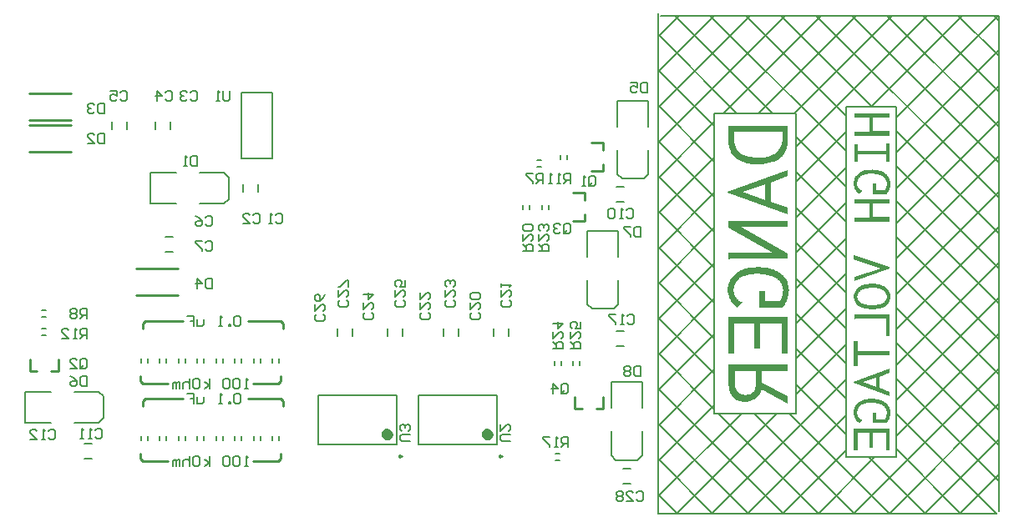
<source format=gbo>
G04 Layer_Color=32896*
%FSLAX25Y25*%
%MOIN*%
G70*
G01*
G75*
%ADD10C,0.01000*%
%ADD35C,0.00787*%
%ADD58C,0.00984*%
%ADD59C,0.02362*%
%ADD60C,0.00800*%
G36*
X317500Y-154786D02*
X316081D01*
Y-147634D01*
X310802D01*
Y-153613D01*
X309346D01*
Y-147634D01*
X304634D01*
Y-154862D01*
X303215D01*
Y-146121D01*
X317500D01*
Y-154786D01*
D02*
G37*
G36*
X276909Y-30078D02*
X276877Y-31024D01*
X276782Y-31939D01*
X276656Y-32759D01*
X276467Y-33516D01*
X276246Y-34210D01*
X275994Y-34841D01*
X275710Y-35408D01*
X275426Y-35944D01*
X275174Y-36386D01*
X274890Y-36764D01*
X274638Y-37080D01*
X274417Y-37332D01*
X274228Y-37553D01*
X274070Y-37679D01*
X273975Y-37774D01*
X273944Y-37805D01*
X273344Y-38247D01*
X272682Y-38625D01*
X272020Y-38972D01*
X271294Y-39256D01*
X270569Y-39508D01*
X269844Y-39729D01*
X269118Y-39918D01*
X268393Y-40076D01*
X267730Y-40202D01*
X267131Y-40297D01*
X266563Y-40360D01*
X266090Y-40423D01*
X265680Y-40455D01*
X265396Y-40486D01*
X265144D01*
X264103Y-40455D01*
X263157Y-40391D01*
X262243Y-40265D01*
X261391Y-40108D01*
X260602Y-39950D01*
X259877Y-39761D01*
X259246Y-39540D01*
X258647Y-39319D01*
X258111Y-39098D01*
X257669Y-38878D01*
X257259Y-38688D01*
X256944Y-38531D01*
X256691Y-38373D01*
X256534Y-38247D01*
X256407Y-38184D01*
X256376Y-38152D01*
X255777Y-37648D01*
X255272Y-37143D01*
X254862Y-36638D01*
X254515Y-36197D01*
X254231Y-35787D01*
X254074Y-35440D01*
X254011Y-35314D01*
X253947Y-35219D01*
X253916Y-35187D01*
Y-35156D01*
X253664Y-34462D01*
X253474Y-33705D01*
X253317Y-32948D01*
X253222Y-32191D01*
X253190Y-31844D01*
X253159Y-31529D01*
Y-31245D01*
X253127Y-30993D01*
Y-30803D01*
Y-30646D01*
Y-30551D01*
Y-30520D01*
Y-25000D01*
X276909D01*
Y-30078D01*
D02*
G37*
G36*
X317500Y-123814D02*
X313338Y-125271D01*
Y-129868D01*
X317500Y-131306D01*
Y-132952D01*
X302988Y-127693D01*
Y-127503D01*
X317500Y-122244D01*
Y-123814D01*
D02*
G37*
G36*
X311332Y-134182D02*
X312051Y-134258D01*
X312373Y-134296D01*
X312694Y-134353D01*
X312978Y-134409D01*
X313243Y-134485D01*
X313489Y-134542D01*
X313697Y-134598D01*
X313886Y-134655D01*
X314038Y-134712D01*
X314151Y-134750D01*
X314246Y-134788D01*
X314302Y-134807D01*
X314321D01*
X314889Y-135071D01*
X315400Y-135393D01*
X315835Y-135696D01*
X316024Y-135866D01*
X316195Y-136017D01*
X316346Y-136150D01*
X316478Y-136282D01*
X316573Y-136415D01*
X316668Y-136509D01*
X316743Y-136604D01*
X316800Y-136661D01*
X316819Y-136699D01*
X316838Y-136717D01*
X316989Y-136963D01*
X317122Y-137209D01*
X317349Y-137701D01*
X317500Y-138193D01*
X317614Y-138666D01*
X317651Y-138874D01*
X317670Y-139064D01*
X317708Y-139234D01*
Y-139385D01*
X317727Y-139499D01*
Y-139593D01*
Y-139650D01*
Y-139669D01*
X317708Y-140066D01*
X317670Y-140464D01*
X317595Y-140842D01*
X317500Y-141220D01*
X317387Y-141580D01*
X317254Y-141939D01*
X317122Y-142261D01*
X316989Y-142564D01*
X316857Y-142848D01*
X316724Y-143094D01*
X316592Y-143321D01*
X316478Y-143491D01*
X316384Y-143642D01*
X316308Y-143756D01*
X316270Y-143831D01*
X316251Y-143850D01*
X310670D01*
Y-139783D01*
X312070D01*
Y-142356D01*
X315457D01*
X315608Y-142166D01*
X315740Y-141958D01*
X315854Y-141750D01*
X315949Y-141542D01*
X316024Y-141372D01*
X316081Y-141239D01*
X316100Y-141145D01*
X316119Y-141107D01*
X316195Y-140823D01*
X316232Y-140558D01*
X316270Y-140312D01*
X316308Y-140104D01*
Y-139934D01*
X316327Y-139783D01*
Y-139707D01*
Y-139669D01*
X316308Y-139328D01*
X316251Y-139007D01*
X316176Y-138723D01*
X316081Y-138439D01*
X315949Y-138174D01*
X315816Y-137947D01*
X315684Y-137720D01*
X315532Y-137531D01*
X315381Y-137361D01*
X315248Y-137209D01*
X315097Y-137077D01*
X314984Y-136963D01*
X314889Y-136888D01*
X314813Y-136831D01*
X314757Y-136793D01*
X314738Y-136774D01*
X314416Y-136585D01*
X314075Y-136434D01*
X313716Y-136301D01*
X313356Y-136169D01*
X312600Y-135980D01*
X311881Y-135866D01*
X311540Y-135828D01*
X311219Y-135790D01*
X310935Y-135772D01*
X310689Y-135753D01*
X310500Y-135734D01*
X310216D01*
X309667Y-135753D01*
X309156Y-135772D01*
X308683Y-135828D01*
X308248Y-135904D01*
X307851Y-135980D01*
X307491Y-136074D01*
X307170Y-136169D01*
X306886Y-136263D01*
X306640Y-136358D01*
X306432Y-136453D01*
X306243Y-136547D01*
X306091Y-136623D01*
X305978Y-136699D01*
X305902Y-136755D01*
X305864Y-136774D01*
X305845Y-136793D01*
X305599Y-137001D01*
X305410Y-137209D01*
X305221Y-137436D01*
X305070Y-137682D01*
X304937Y-137909D01*
X304824Y-138136D01*
X304748Y-138364D01*
X304672Y-138591D01*
X304615Y-138780D01*
X304578Y-138969D01*
X304540Y-139139D01*
X304521Y-139291D01*
X304502Y-139404D01*
Y-139499D01*
Y-139556D01*
Y-139574D01*
X304521Y-139858D01*
X304540Y-140104D01*
X304578Y-140331D01*
X304634Y-140520D01*
X304691Y-140691D01*
X304729Y-140804D01*
X304748Y-140880D01*
X304767Y-140899D01*
X304880Y-141107D01*
X305013Y-141315D01*
X305164Y-141504D01*
X305297Y-141674D01*
X305429Y-141807D01*
X305543Y-141920D01*
X305618Y-141996D01*
X305637Y-142015D01*
X305807Y-142185D01*
X305959Y-142280D01*
X306034Y-142337D01*
X306072Y-142356D01*
X306186Y-142394D01*
X306299Y-142412D01*
X306413D01*
X306545Y-142507D01*
X306375Y-142677D01*
X305486Y-143813D01*
X305107Y-143567D01*
X304767Y-143283D01*
X304464Y-142980D01*
X304218Y-142696D01*
X304010Y-142431D01*
X303859Y-142204D01*
X303821Y-142129D01*
X303783Y-142072D01*
X303745Y-142034D01*
Y-142015D01*
X303518Y-141561D01*
X303367Y-141126D01*
X303253Y-140710D01*
X303159Y-140331D01*
X303121Y-140029D01*
X303102Y-139877D01*
Y-139764D01*
X303083Y-139688D01*
Y-139612D01*
Y-139574D01*
Y-139556D01*
X303102Y-139083D01*
X303178Y-138628D01*
X303291Y-138212D01*
X303405Y-137815D01*
X303537Y-137493D01*
X303594Y-137361D01*
X303632Y-137247D01*
X303688Y-137172D01*
X303707Y-137096D01*
X303745Y-137058D01*
Y-137039D01*
X303878Y-136812D01*
X304029Y-136604D01*
X304369Y-136188D01*
X304767Y-135847D01*
X305145Y-135544D01*
X305486Y-135299D01*
X305656Y-135185D01*
X305788Y-135109D01*
X305902Y-135053D01*
X305978Y-134996D01*
X306034Y-134977D01*
X306053Y-134958D01*
X306375Y-134807D01*
X306716Y-134693D01*
X307453Y-134485D01*
X308210Y-134334D01*
X308570Y-134277D01*
X308929Y-134239D01*
X309270Y-134201D01*
X309573Y-134182D01*
X309837Y-134163D01*
X310083D01*
X310292Y-134144D01*
X310556D01*
X311332Y-134182D01*
D02*
G37*
G36*
X276877Y-45249D02*
X269938Y-47677D01*
Y-55342D01*
X276877Y-57739D01*
Y-60483D01*
X252686Y-51714D01*
Y-51399D01*
X276877Y-42631D01*
Y-45249D01*
D02*
G37*
G36*
Y-115961D02*
X274512D01*
Y-104039D01*
X265712D01*
Y-114006D01*
X263283D01*
Y-104039D01*
X255430D01*
Y-116087D01*
X253064D01*
Y-101516D01*
X276877D01*
Y-115961D01*
D02*
G37*
G36*
Y-123184D02*
X266406D01*
Y-127820D01*
X276877Y-133088D01*
Y-136052D01*
X266280Y-130564D01*
X266027Y-131321D01*
X265680Y-131984D01*
X265270Y-132583D01*
X264892Y-133088D01*
X264513Y-133498D01*
X264166Y-133782D01*
X264072Y-133908D01*
X263977Y-133971D01*
X263914Y-134034D01*
X263882D01*
X263536Y-134286D01*
X263189Y-134475D01*
X262463Y-134822D01*
X261801Y-135075D01*
X261202Y-135232D01*
X260665Y-135327D01*
X260445Y-135359D01*
X260255D01*
X260129Y-135390D01*
X259909D01*
X259309Y-135359D01*
X258773Y-135295D01*
X258268Y-135201D01*
X257764Y-135106D01*
X257322Y-134948D01*
X256912Y-134791D01*
X256534Y-134601D01*
X256218Y-134444D01*
X255903Y-134255D01*
X255651Y-134065D01*
X255430Y-133908D01*
X255241Y-133782D01*
X255114Y-133655D01*
X255020Y-133561D01*
X254957Y-133498D01*
X254925Y-133466D01*
X254610Y-133088D01*
X254326Y-132646D01*
X254105Y-132204D01*
X253884Y-131731D01*
X253695Y-131227D01*
X253569Y-130722D01*
X253348Y-129776D01*
X253285Y-129303D01*
X253222Y-128893D01*
X253190Y-128514D01*
X253159Y-128167D01*
X253127Y-127884D01*
Y-127694D01*
Y-127536D01*
Y-127505D01*
Y-120472D01*
X276877D01*
Y-123184D01*
D02*
G37*
G36*
Y-65560D02*
X258205D01*
X276877Y-76063D01*
Y-78145D01*
X254389D01*
X254231Y-78176D01*
X254105D01*
X253947Y-78208D01*
X253884D01*
X253695Y-78271D01*
X253537Y-78366D01*
X253411Y-78460D01*
X253380Y-78492D01*
X253127D01*
Y-75590D01*
X270758D01*
X253127Y-65592D01*
Y-63006D01*
X276877D01*
Y-65560D01*
D02*
G37*
G36*
X266595Y-81614D02*
X267793Y-81740D01*
X268330Y-81804D01*
X268866Y-81898D01*
X269339Y-81993D01*
X269780Y-82119D01*
X270191Y-82214D01*
X270537Y-82308D01*
X270853Y-82403D01*
X271105Y-82497D01*
X271294Y-82560D01*
X271452Y-82624D01*
X271547Y-82655D01*
X271578D01*
X272524Y-83097D01*
X273376Y-83633D01*
X274101Y-84137D01*
X274417Y-84421D01*
X274701Y-84674D01*
X274953Y-84895D01*
X275174Y-85115D01*
X275332Y-85336D01*
X275489Y-85494D01*
X275615Y-85651D01*
X275710Y-85746D01*
X275742Y-85809D01*
X275773Y-85841D01*
X276025Y-86251D01*
X276246Y-86661D01*
X276625Y-87481D01*
X276877Y-88301D01*
X277066Y-89089D01*
X277129Y-89436D01*
X277161Y-89752D01*
X277224Y-90035D01*
Y-90288D01*
X277256Y-90477D01*
Y-90635D01*
Y-90729D01*
Y-90761D01*
X277224Y-91423D01*
X277161Y-92086D01*
X277035Y-92716D01*
X276877Y-93347D01*
X276688Y-93946D01*
X276467Y-94546D01*
X276246Y-95082D01*
X276025Y-95587D01*
X275805Y-96060D01*
X275584Y-96470D01*
X275363Y-96848D01*
X275174Y-97132D01*
X275016Y-97384D01*
X274890Y-97574D01*
X274827Y-97700D01*
X274795Y-97731D01*
X265491D01*
Y-90950D01*
X267825D01*
Y-95240D01*
X273471D01*
X273723Y-94924D01*
X273944Y-94577D01*
X274133Y-94230D01*
X274291Y-93883D01*
X274417Y-93599D01*
X274512Y-93379D01*
X274543Y-93221D01*
X274575Y-93158D01*
X274701Y-92685D01*
X274764Y-92243D01*
X274827Y-91833D01*
X274890Y-91486D01*
Y-91202D01*
X274921Y-90950D01*
Y-90824D01*
Y-90761D01*
X274890Y-90193D01*
X274795Y-89657D01*
X274669Y-89184D01*
X274512Y-88711D01*
X274291Y-88269D01*
X274070Y-87891D01*
X273849Y-87512D01*
X273597Y-87197D01*
X273344Y-86913D01*
X273124Y-86661D01*
X272871Y-86440D01*
X272682Y-86251D01*
X272524Y-86124D01*
X272398Y-86030D01*
X272304Y-85967D01*
X272272Y-85935D01*
X271736Y-85620D01*
X271168Y-85368D01*
X270569Y-85147D01*
X269970Y-84926D01*
X268708Y-84611D01*
X267510Y-84421D01*
X266942Y-84358D01*
X266406Y-84295D01*
X265933Y-84264D01*
X265523Y-84232D01*
X265207Y-84201D01*
X264734D01*
X263820Y-84232D01*
X262968Y-84264D01*
X262179Y-84358D01*
X261454Y-84484D01*
X260792Y-84611D01*
X260192Y-84768D01*
X259656Y-84926D01*
X259183Y-85084D01*
X258773Y-85241D01*
X258426Y-85399D01*
X258111Y-85557D01*
X257858Y-85683D01*
X257669Y-85809D01*
X257543Y-85904D01*
X257480Y-85935D01*
X257448Y-85967D01*
X257038Y-86314D01*
X256723Y-86661D01*
X256407Y-87039D01*
X256155Y-87449D01*
X255935Y-87828D01*
X255745Y-88206D01*
X255619Y-88585D01*
X255493Y-88963D01*
X255398Y-89279D01*
X255335Y-89594D01*
X255272Y-89878D01*
X255241Y-90130D01*
X255209Y-90319D01*
Y-90477D01*
Y-90572D01*
Y-90603D01*
X255241Y-91076D01*
X255272Y-91486D01*
X255335Y-91865D01*
X255430Y-92180D01*
X255524Y-92464D01*
X255588Y-92653D01*
X255619Y-92779D01*
X255651Y-92811D01*
X255840Y-93158D01*
X256061Y-93505D01*
X256313Y-93820D01*
X256534Y-94104D01*
X256754Y-94325D01*
X256944Y-94514D01*
X257070Y-94640D01*
X257101Y-94672D01*
X257385Y-94956D01*
X257638Y-95113D01*
X257764Y-95208D01*
X257827Y-95240D01*
X258016Y-95303D01*
X258205Y-95334D01*
X258395D01*
X258615Y-95492D01*
X258331Y-95776D01*
X256849Y-97668D01*
X256218Y-97258D01*
X255651Y-96785D01*
X255146Y-96280D01*
X254736Y-95807D01*
X254389Y-95366D01*
X254137Y-94987D01*
X254074Y-94861D01*
X254011Y-94766D01*
X253947Y-94703D01*
Y-94672D01*
X253569Y-93915D01*
X253317Y-93190D01*
X253127Y-92496D01*
X252970Y-91865D01*
X252907Y-91360D01*
X252875Y-91108D01*
Y-90919D01*
X252843Y-90792D01*
Y-90666D01*
Y-90603D01*
Y-90572D01*
X252875Y-89783D01*
X253001Y-89026D01*
X253190Y-88332D01*
X253380Y-87670D01*
X253601Y-87134D01*
X253695Y-86913D01*
X253758Y-86724D01*
X253853Y-86598D01*
X253884Y-86471D01*
X253947Y-86408D01*
Y-86377D01*
X254168Y-85998D01*
X254420Y-85651D01*
X254988Y-84957D01*
X255651Y-84390D01*
X256281Y-83885D01*
X256849Y-83475D01*
X257133Y-83286D01*
X257354Y-83160D01*
X257543Y-83065D01*
X257669Y-82970D01*
X257764Y-82939D01*
X257795Y-82907D01*
X258331Y-82655D01*
X258899Y-82466D01*
X260129Y-82119D01*
X261391Y-81867D01*
X261990Y-81772D01*
X262589Y-81709D01*
X263157Y-81646D01*
X263662Y-81614D01*
X264103Y-81583D01*
X264513D01*
X264860Y-81551D01*
X265302D01*
X266595Y-81614D01*
D02*
G37*
G36*
X317500Y-39525D02*
X316176D01*
Y-36574D01*
X304597D01*
Y-39393D01*
X303253D01*
Y-32317D01*
X304597D01*
Y-34966D01*
X316157D01*
Y-32166D01*
X317500D01*
Y-39525D01*
D02*
G37*
G36*
Y-56005D02*
X310708D01*
Y-61567D01*
X317500D01*
Y-63270D01*
X304010D01*
X303915Y-63289D01*
X303840D01*
X303745Y-63308D01*
X303707D01*
X303594Y-63346D01*
X303499Y-63402D01*
X303424Y-63459D01*
X303405Y-63478D01*
X303253D01*
Y-61605D01*
X309346D01*
Y-56005D01*
X304010D01*
X303915Y-56024D01*
X303840D01*
X303745Y-56043D01*
X303707D01*
X303594Y-56080D01*
X303499Y-56137D01*
X303424Y-56194D01*
X303405Y-56213D01*
X303253D01*
Y-54340D01*
X317500D01*
Y-56005D01*
D02*
G37*
G36*
X317576Y-81509D02*
Y-82247D01*
X303253Y-87034D01*
Y-85444D01*
X314189Y-82001D01*
X303215Y-78330D01*
Y-76665D01*
X317576Y-81509D01*
D02*
G37*
G36*
X311332Y-42609D02*
X312051Y-42685D01*
X312373Y-42723D01*
X312694Y-42780D01*
X312978Y-42836D01*
X313243Y-42912D01*
X313489Y-42969D01*
X313697Y-43026D01*
X313886Y-43082D01*
X314038Y-43139D01*
X314151Y-43177D01*
X314246Y-43215D01*
X314302Y-43234D01*
X314321D01*
X314889Y-43499D01*
X315400Y-43820D01*
X315835Y-44123D01*
X316024Y-44293D01*
X316195Y-44445D01*
X316346Y-44577D01*
X316478Y-44710D01*
X316573Y-44842D01*
X316668Y-44937D01*
X316743Y-45031D01*
X316800Y-45088D01*
X316819Y-45126D01*
X316838Y-45145D01*
X316989Y-45391D01*
X317122Y-45637D01*
X317349Y-46128D01*
X317500Y-46620D01*
X317614Y-47093D01*
X317651Y-47302D01*
X317670Y-47491D01*
X317708Y-47661D01*
Y-47812D01*
X317727Y-47926D01*
Y-48020D01*
Y-48077D01*
Y-48096D01*
X317708Y-48493D01*
X317670Y-48891D01*
X317595Y-49269D01*
X317500Y-49648D01*
X317387Y-50007D01*
X317254Y-50367D01*
X317122Y-50688D01*
X316989Y-50991D01*
X316857Y-51275D01*
X316724Y-51521D01*
X316592Y-51748D01*
X316478Y-51918D01*
X316384Y-52069D01*
X316308Y-52183D01*
X316270Y-52259D01*
X316251Y-52277D01*
X310670D01*
Y-48210D01*
X312070D01*
Y-50783D01*
X315457D01*
X315608Y-50594D01*
X315740Y-50385D01*
X315854Y-50177D01*
X315949Y-49969D01*
X316024Y-49799D01*
X316081Y-49667D01*
X316100Y-49572D01*
X316119Y-49534D01*
X316195Y-49250D01*
X316232Y-48985D01*
X316270Y-48739D01*
X316308Y-48531D01*
Y-48361D01*
X316327Y-48210D01*
Y-48134D01*
Y-48096D01*
X316308Y-47756D01*
X316251Y-47434D01*
X316176Y-47150D01*
X316081Y-46866D01*
X315949Y-46602D01*
X315816Y-46374D01*
X315684Y-46147D01*
X315532Y-45958D01*
X315381Y-45788D01*
X315248Y-45637D01*
X315097Y-45504D01*
X314984Y-45391D01*
X314889Y-45315D01*
X314813Y-45258D01*
X314757Y-45220D01*
X314738Y-45201D01*
X314416Y-45012D01*
X314075Y-44861D01*
X313716Y-44728D01*
X313356Y-44596D01*
X312600Y-44407D01*
X311881Y-44293D01*
X311540Y-44255D01*
X311219Y-44218D01*
X310935Y-44199D01*
X310689Y-44180D01*
X310500Y-44161D01*
X310216D01*
X309667Y-44180D01*
X309156Y-44199D01*
X308683Y-44255D01*
X308248Y-44331D01*
X307851Y-44407D01*
X307491Y-44501D01*
X307170Y-44596D01*
X306886Y-44691D01*
X306640Y-44785D01*
X306432Y-44880D01*
X306243Y-44974D01*
X306091Y-45050D01*
X305978Y-45126D01*
X305902Y-45182D01*
X305864Y-45201D01*
X305845Y-45220D01*
X305599Y-45428D01*
X305410Y-45637D01*
X305221Y-45864D01*
X305070Y-46110D01*
X304937Y-46337D01*
X304824Y-46564D01*
X304748Y-46791D01*
X304672Y-47018D01*
X304615Y-47207D01*
X304578Y-47396D01*
X304540Y-47566D01*
X304521Y-47718D01*
X304502Y-47831D01*
Y-47926D01*
Y-47983D01*
Y-48002D01*
X304521Y-48285D01*
X304540Y-48531D01*
X304578Y-48758D01*
X304634Y-48948D01*
X304691Y-49118D01*
X304729Y-49231D01*
X304748Y-49307D01*
X304767Y-49326D01*
X304880Y-49534D01*
X305013Y-49742D01*
X305164Y-49931D01*
X305297Y-50102D01*
X305429Y-50234D01*
X305543Y-50348D01*
X305618Y-50423D01*
X305637Y-50442D01*
X305807Y-50613D01*
X305959Y-50707D01*
X306034Y-50764D01*
X306072Y-50783D01*
X306186Y-50821D01*
X306299Y-50840D01*
X306413D01*
X306545Y-50934D01*
X306375Y-51104D01*
X305486Y-52240D01*
X305107Y-51994D01*
X304767Y-51710D01*
X304464Y-51407D01*
X304218Y-51123D01*
X304010Y-50858D01*
X303859Y-50631D01*
X303821Y-50556D01*
X303783Y-50499D01*
X303745Y-50461D01*
Y-50442D01*
X303518Y-49988D01*
X303367Y-49553D01*
X303253Y-49137D01*
X303159Y-48758D01*
X303121Y-48456D01*
X303102Y-48304D01*
Y-48191D01*
X303083Y-48115D01*
Y-48039D01*
Y-48002D01*
Y-47983D01*
X303102Y-47510D01*
X303178Y-47056D01*
X303291Y-46639D01*
X303405Y-46242D01*
X303537Y-45920D01*
X303594Y-45788D01*
X303632Y-45674D01*
X303688Y-45599D01*
X303707Y-45523D01*
X303745Y-45485D01*
Y-45466D01*
X303878Y-45239D01*
X304029Y-45031D01*
X304369Y-44615D01*
X304767Y-44274D01*
X305145Y-43972D01*
X305486Y-43726D01*
X305656Y-43612D01*
X305788Y-43536D01*
X305902Y-43480D01*
X305978Y-43423D01*
X306034Y-43404D01*
X306053Y-43385D01*
X306375Y-43234D01*
X306716Y-43120D01*
X307453Y-42912D01*
X308210Y-42761D01*
X308570Y-42704D01*
X308929Y-42666D01*
X309270Y-42628D01*
X309573Y-42609D01*
X309837Y-42590D01*
X310083D01*
X310292Y-42572D01*
X310556D01*
X311332Y-42609D01*
D02*
G37*
G36*
X304672Y-115187D02*
X317500D01*
Y-116814D01*
X304672D01*
Y-121033D01*
X303215D01*
Y-111138D01*
X304672D01*
Y-115187D01*
D02*
G37*
G36*
X317500Y-21665D02*
X310708D01*
Y-27227D01*
X317500D01*
Y-28930D01*
X304010D01*
X303915Y-28949D01*
X303840D01*
X303745Y-28968D01*
X303707D01*
X303594Y-29006D01*
X303499Y-29063D01*
X303424Y-29119D01*
X303405Y-29138D01*
X303253D01*
Y-27265D01*
X309346D01*
Y-21665D01*
X304010D01*
X303915Y-21684D01*
X303840D01*
X303745Y-21703D01*
X303707D01*
X303594Y-21741D01*
X303499Y-21797D01*
X303424Y-21854D01*
X303405Y-21873D01*
X303253D01*
Y-20000D01*
X317500D01*
Y-21665D01*
D02*
G37*
G36*
X311105Y-88169D02*
X311692Y-88207D01*
X312259Y-88263D01*
X312789Y-88358D01*
X313262Y-88453D01*
X313697Y-88566D01*
X314113Y-88699D01*
X314473Y-88812D01*
X314794Y-88945D01*
X315078Y-89058D01*
X315305Y-89171D01*
X315494Y-89266D01*
X315665Y-89361D01*
X315759Y-89417D01*
X315835Y-89455D01*
X315854Y-89474D01*
X316195Y-89739D01*
X316478Y-90023D01*
X316724Y-90326D01*
X316951Y-90628D01*
X317122Y-90950D01*
X317292Y-91272D01*
X317405Y-91574D01*
X317500Y-91877D01*
X317595Y-92161D01*
X317651Y-92407D01*
X317689Y-92653D01*
X317708Y-92861D01*
X317727Y-93031D01*
X317746Y-93145D01*
Y-93239D01*
Y-93258D01*
X317727Y-93712D01*
X317670Y-94129D01*
X317576Y-94507D01*
X317443Y-94885D01*
X317311Y-95207D01*
X317141Y-95529D01*
X316970Y-95812D01*
X316800Y-96058D01*
X316630Y-96285D01*
X316459Y-96475D01*
X316289Y-96645D01*
X316157Y-96777D01*
X316024Y-96891D01*
X315930Y-96967D01*
X315873Y-97004D01*
X315854Y-97023D01*
X315476Y-97269D01*
X315078Y-97458D01*
X314662Y-97648D01*
X314208Y-97799D01*
X313773Y-97931D01*
X313319Y-98045D01*
X312883Y-98121D01*
X312448Y-98196D01*
X312051Y-98253D01*
X311673Y-98291D01*
X311332Y-98329D01*
X311029Y-98348D01*
X310802Y-98367D01*
X310462D01*
X309837Y-98348D01*
X309251Y-98310D01*
X308702Y-98234D01*
X308191Y-98159D01*
X307718Y-98064D01*
X307264Y-97950D01*
X306867Y-97818D01*
X306507Y-97704D01*
X306186Y-97572D01*
X305902Y-97440D01*
X305656Y-97326D01*
X305467Y-97231D01*
X305315Y-97156D01*
X305202Y-97080D01*
X305126Y-97042D01*
X305107Y-97023D01*
X304767Y-96758D01*
X304464Y-96475D01*
X304199Y-96172D01*
X303972Y-95869D01*
X303783Y-95548D01*
X303632Y-95245D01*
X303499Y-94942D01*
X303405Y-94639D01*
X303329Y-94356D01*
X303253Y-94091D01*
X303215Y-93864D01*
X303197Y-93656D01*
X303178Y-93485D01*
X303159Y-93372D01*
Y-93277D01*
Y-93258D01*
X303178Y-92823D01*
X303234Y-92407D01*
X303329Y-92010D01*
X303461Y-91650D01*
X303613Y-91309D01*
X303783Y-91007D01*
X303953Y-90723D01*
X304124Y-90477D01*
X304313Y-90250D01*
X304483Y-90042D01*
X304653Y-89872D01*
X304805Y-89739D01*
X304918Y-89626D01*
X305032Y-89550D01*
X305088Y-89512D01*
X305107Y-89493D01*
X305486Y-89266D01*
X305902Y-89058D01*
X306318Y-88869D01*
X306772Y-88717D01*
X307207Y-88585D01*
X307662Y-88472D01*
X308097Y-88396D01*
X308513Y-88320D01*
X308910Y-88263D01*
X309289Y-88226D01*
X309610Y-88188D01*
X309894Y-88169D01*
X310140Y-88150D01*
X310462D01*
X311105Y-88169D01*
D02*
G37*
G36*
X317500Y-109037D02*
X316138D01*
Y-102170D01*
X303915D01*
X303840Y-102189D01*
X303707D01*
X303594Y-102226D01*
X303499Y-102302D01*
X303424Y-102359D01*
X303405Y-102378D01*
X303253D01*
Y-100486D01*
X317500D01*
Y-109037D01*
D02*
G37*
%LPC*%
G36*
X264040Y-123184D02*
X255651D01*
Y-127820D01*
X255714Y-128672D01*
X255840Y-129397D01*
X256029Y-130028D01*
X256250Y-130533D01*
X256471Y-130943D01*
X256660Y-131227D01*
X256786Y-131384D01*
X256849Y-131448D01*
X257322Y-131858D01*
X257827Y-132141D01*
X258331Y-132362D01*
X258805Y-132488D01*
X259246Y-132583D01*
X259593Y-132615D01*
X259719Y-132646D01*
X259909D01*
X260602Y-132583D01*
X261202Y-132457D01*
X261738Y-132267D01*
X262179Y-132047D01*
X262526Y-131826D01*
X262779Y-131637D01*
X262905Y-131511D01*
X262968Y-131448D01*
X263315Y-130943D01*
X263599Y-130375D01*
X263788Y-129776D01*
X263914Y-129208D01*
X263977Y-128672D01*
X264009Y-128420D01*
Y-128230D01*
X264040Y-128041D01*
Y-127915D01*
Y-127852D01*
Y-127820D01*
Y-123184D01*
D02*
G37*
G36*
X274827Y-27523D02*
X255367D01*
Y-30362D01*
X255398Y-31056D01*
X255461Y-31718D01*
X255588Y-32349D01*
X255777Y-32885D01*
X255966Y-33390D01*
X256187Y-33863D01*
X256407Y-34273D01*
X256628Y-34651D01*
X256881Y-34967D01*
X257101Y-35250D01*
X257322Y-35471D01*
X257511Y-35692D01*
X257669Y-35818D01*
X257795Y-35913D01*
X257890Y-35976D01*
X257922Y-36007D01*
X258426Y-36323D01*
X258962Y-36607D01*
X259530Y-36827D01*
X260129Y-37048D01*
X261359Y-37364D01*
X262558Y-37584D01*
X263126Y-37648D01*
X263630Y-37711D01*
X264103Y-37742D01*
X264513Y-37774D01*
X264829Y-37805D01*
X265302D01*
X266153Y-37774D01*
X266973Y-37711D01*
X267730Y-37616D01*
X268456Y-37458D01*
X269118Y-37301D01*
X269717Y-37080D01*
X270285Y-36827D01*
X270821Y-36575D01*
X271294Y-36291D01*
X271736Y-35976D01*
X272146Y-35660D01*
X272493Y-35314D01*
X272840Y-34967D01*
X273124Y-34620D01*
X273628Y-33894D01*
X274038Y-33137D01*
X274322Y-32443D01*
X274543Y-31781D01*
X274669Y-31182D01*
X274764Y-30677D01*
X274795Y-30456D01*
Y-30299D01*
X274827Y-30141D01*
Y-30046D01*
Y-29983D01*
Y-29952D01*
Y-27523D01*
D02*
G37*
G36*
X312108Y-125706D02*
X306659Y-127579D01*
X312108Y-129452D01*
Y-125706D01*
D02*
G37*
G36*
X267888Y-48403D02*
X258805Y-51525D01*
X267888Y-54648D01*
Y-48403D01*
D02*
G37*
G36*
X310727Y-89796D02*
X310462D01*
X309970Y-89815D01*
X309497Y-89834D01*
X309043Y-89872D01*
X308645Y-89947D01*
X308248Y-90004D01*
X307908Y-90080D01*
X307567Y-90174D01*
X307283Y-90250D01*
X307018Y-90345D01*
X306791Y-90420D01*
X306602Y-90496D01*
X306432Y-90572D01*
X306318Y-90628D01*
X306224Y-90666D01*
X306167Y-90685D01*
X306148Y-90704D01*
X305864Y-90893D01*
X305618Y-91082D01*
X305410Y-91291D01*
X305221Y-91499D01*
X305070Y-91707D01*
X304937Y-91915D01*
X304842Y-92123D01*
X304748Y-92331D01*
X304634Y-92691D01*
X304615Y-92861D01*
X304578Y-92993D01*
Y-93107D01*
X304559Y-93183D01*
Y-93239D01*
Y-93258D01*
X304578Y-93561D01*
X304634Y-93826D01*
X304710Y-94091D01*
X304805Y-94337D01*
X305070Y-94772D01*
X305202Y-94961D01*
X305353Y-95131D01*
X305505Y-95283D01*
X305637Y-95415D01*
X305770Y-95529D01*
X305902Y-95623D01*
X305997Y-95699D01*
X306072Y-95756D01*
X306129Y-95775D01*
X306148Y-95793D01*
X306451Y-95964D01*
X306791Y-96096D01*
X307132Y-96229D01*
X307491Y-96323D01*
X308210Y-96494D01*
X308891Y-96607D01*
X309213Y-96645D01*
X309516Y-96664D01*
X309781Y-96702D01*
X310008D01*
X310197Y-96721D01*
X310462D01*
X310973Y-96702D01*
X311465Y-96683D01*
X311919Y-96645D01*
X312335Y-96588D01*
X312732Y-96513D01*
X313092Y-96437D01*
X313413Y-96361D01*
X313716Y-96267D01*
X313962Y-96191D01*
X314189Y-96096D01*
X314397Y-96021D01*
X314548Y-95964D01*
X314681Y-95888D01*
X314757Y-95850D01*
X314813Y-95831D01*
X314832Y-95812D01*
X315097Y-95642D01*
X315343Y-95434D01*
X315551Y-95245D01*
X315722Y-95037D01*
X315873Y-94810D01*
X315986Y-94602D01*
X316100Y-94393D01*
X316176Y-94204D01*
X316289Y-93826D01*
X316308Y-93674D01*
X316346Y-93523D01*
Y-93410D01*
X316365Y-93334D01*
Y-93277D01*
Y-93258D01*
X316346Y-92955D01*
X316289Y-92672D01*
X316213Y-92407D01*
X316119Y-92161D01*
X315873Y-91726D01*
X315740Y-91536D01*
X315589Y-91366D01*
X315457Y-91215D01*
X315324Y-91082D01*
X315192Y-90969D01*
X315078Y-90874D01*
X314965Y-90799D01*
X314889Y-90742D01*
X314851Y-90723D01*
X314832Y-90704D01*
X314530Y-90553D01*
X314208Y-90401D01*
X313508Y-90174D01*
X312770Y-90023D01*
X312070Y-89909D01*
X311748Y-89872D01*
X311446Y-89853D01*
X311162Y-89815D01*
X310935D01*
X310727Y-89796D01*
D02*
G37*
%LPD*%
D10*
X191791Y-138150D02*
X194646D01*
X191791D02*
Y-133425D01*
X200354Y-138150D02*
X203209D01*
Y-133425D01*
X195650Y-63209D02*
Y-60354D01*
X190925Y-63209D02*
X195650D01*
Y-54646D02*
Y-51791D01*
X190925D02*
X195650D01*
X203150Y-43209D02*
Y-40354D01*
X198425Y-43209D02*
X203150D01*
Y-34646D02*
Y-31791D01*
X198425D02*
X203150D01*
X61500Y-103000D02*
X74500D01*
X75500Y-104000D01*
Y-106000D02*
Y-104000D01*
X19500Y-106000D02*
Y-104000D01*
X20500Y-103000D01*
X35500D01*
X19500Y-128000D02*
X29500D01*
X18500Y-127000D02*
X19500Y-128000D01*
X18500Y-127000D02*
Y-125000D01*
X74500Y-127000D02*
Y-125000D01*
X73500Y-128000D02*
X74500Y-127000D01*
X63500Y-128000D02*
X73500D01*
X20500Y-134000D02*
X35500D01*
X19500Y-135000D02*
X20500Y-134000D01*
X19500Y-137000D02*
Y-135000D01*
X75500Y-137000D02*
Y-135000D01*
X74500Y-134000D02*
X75500Y-135000D01*
X61500Y-134000D02*
X74500D01*
X63500Y-159000D02*
X73500D01*
X74500Y-158000D01*
Y-156000D01*
X18500Y-158000D02*
Y-156000D01*
Y-158000D02*
X19500Y-159000D01*
X29500D01*
X16654Y-92756D02*
X33347D01*
X16654Y-82244D02*
X33347D01*
X-25846Y-35256D02*
X-9154D01*
X-25846Y-24744D02*
X-9154D01*
X-25709Y-123150D02*
X-22854D01*
X-25709D02*
Y-118425D01*
X-17146Y-123150D02*
X-14291D01*
Y-118425D01*
X-25846Y-22756D02*
X-9154D01*
X-25846Y-12244D02*
X-9154D01*
D35*
X184213Y-158878D02*
X185787D01*
X184213Y-156122D02*
X185787D01*
X218602Y-156870D02*
Y-147224D01*
X206398Y-156870D02*
Y-147224D01*
Y-137776D02*
Y-127539D01*
X218602Y-137776D02*
Y-127539D01*
X208169Y-158642D02*
X216831D01*
X206398Y-156870D02*
X208169Y-158642D01*
X216831D02*
X218602Y-156870D01*
X206398Y-127539D02*
X218602D01*
X186378Y-120787D02*
Y-119213D01*
X183622Y-120787D02*
Y-119213D01*
X191122Y-120787D02*
Y-119213D01*
X193878Y-120787D02*
Y-119213D01*
X210925Y-162047D02*
X214075D01*
X210925Y-167953D02*
X214075D01*
X208425Y-107047D02*
X211575D01*
X208425Y-112953D02*
X211575D01*
X171122Y-58287D02*
Y-56713D01*
X173878Y-58287D02*
Y-56713D01*
X178622Y-58287D02*
Y-56713D01*
X181378Y-58287D02*
Y-56713D01*
X209102Y-96370D02*
Y-86724D01*
X196898Y-96370D02*
Y-86724D01*
Y-77276D02*
Y-67039D01*
X209102Y-77276D02*
Y-67039D01*
X198669Y-98142D02*
X207331D01*
X196898Y-96370D02*
X198669Y-98142D01*
X207331D02*
X209102Y-96370D01*
X196898Y-67039D02*
X209102D01*
X208425Y-49547D02*
X211575D01*
X208425Y-55453D02*
X211575D01*
X176713Y-38622D02*
X178287D01*
X176713Y-41378D02*
X178287D01*
X186122Y-38287D02*
Y-36713D01*
X188878Y-38287D02*
Y-36713D01*
X26122Y-119787D02*
Y-118213D01*
X28878Y-119787D02*
Y-118213D01*
X41122Y-119787D02*
Y-118213D01*
X43878Y-119787D02*
Y-118213D01*
X18622Y-119787D02*
Y-118213D01*
X21378Y-119787D02*
Y-118213D01*
X33622Y-119787D02*
Y-118213D01*
X36378Y-119787D02*
Y-118213D01*
X56122Y-119787D02*
Y-118213D01*
X58878Y-119787D02*
Y-118213D01*
X48622Y-119787D02*
Y-118213D01*
X51378Y-119787D02*
Y-118213D01*
X71122Y-119787D02*
Y-118213D01*
X73878Y-119787D02*
Y-118213D01*
X63622Y-119787D02*
Y-118213D01*
X66378Y-119787D02*
Y-118213D01*
X56122Y-150787D02*
Y-149213D01*
X58878Y-150787D02*
Y-149213D01*
X63622Y-150787D02*
Y-149213D01*
X66378Y-150787D02*
Y-149213D01*
X48622Y-150787D02*
Y-149213D01*
X51378Y-150787D02*
Y-149213D01*
X122953Y-109075D02*
Y-105925D01*
X117047Y-109075D02*
Y-105925D01*
X26122Y-150787D02*
Y-149213D01*
X28878Y-150787D02*
Y-149213D01*
X-20787Y-101378D02*
X-19213D01*
X-20787Y-98622D02*
X-19213D01*
X165453Y-109075D02*
Y-105925D01*
X159547Y-109075D02*
Y-105925D01*
X7047Y-26575D02*
Y-23425D01*
X12953Y-26575D02*
Y-23425D01*
X71122Y-150787D02*
Y-149213D01*
X73878Y-150787D02*
Y-149213D01*
X102953Y-109075D02*
Y-105925D01*
X97047Y-109075D02*
Y-105925D01*
X129252Y-152342D02*
X160748D01*
X129252Y-132658D02*
X160748D01*
Y-152342D02*
Y-132658D01*
X129252Y-152342D02*
Y-132658D01*
X24547Y-26575D02*
Y-23425D01*
X30453Y-26575D02*
Y-23425D01*
X-20787Y-106122D02*
X-19213D01*
X-20787Y-108878D02*
X-19213D01*
X18622Y-150787D02*
Y-149213D01*
X21378Y-150787D02*
Y-149213D01*
X221102Y-44370D02*
Y-34724D01*
X208898Y-44370D02*
Y-34724D01*
Y-25276D02*
Y-15039D01*
X221102Y-25276D02*
Y-15039D01*
X210669Y-46142D02*
X219331D01*
X208898Y-44370D02*
X210669Y-46142D01*
X219331D02*
X221102Y-44370D01*
X208898Y-15039D02*
X221102D01*
X-7776Y-131398D02*
X1870D01*
X-7776Y-143602D02*
X1870D01*
X-27461D02*
X-17224D01*
X-27461Y-131398D02*
X-17224D01*
X3642Y-141831D02*
Y-133169D01*
X1870Y-143602D02*
X3642Y-141831D01*
X1870Y-131398D02*
X3642Y-133169D01*
X-27461Y-143602D02*
Y-131398D01*
X42224Y-43898D02*
X51870D01*
X42224Y-56102D02*
X51870D01*
X22539D02*
X32776D01*
X22539Y-43898D02*
X32776D01*
X53642Y-54331D02*
Y-45669D01*
X51870Y-56102D02*
X53642Y-54331D01*
X51870Y-43898D02*
X53642Y-45669D01*
X22539Y-56102D02*
Y-43898D01*
X41122Y-150787D02*
Y-149213D01*
X43878Y-150787D02*
Y-149213D01*
X65453Y-51575D02*
Y-48425D01*
X59547Y-51575D02*
Y-48425D01*
X71102Y-38189D02*
Y-11811D01*
X58898Y-38189D02*
Y-11811D01*
X71102D01*
X58898Y-38189D02*
X71102D01*
X89252Y-152342D02*
X120748D01*
X89252Y-132658D02*
X120748D01*
Y-152342D02*
Y-132658D01*
X89252Y-152342D02*
Y-132658D01*
X28425Y-69547D02*
X31575D01*
X28425Y-75453D02*
X31575D01*
X-4075Y-152047D02*
X-925D01*
X-4075Y-157953D02*
X-925D01*
X33622Y-150787D02*
Y-149213D01*
X36378Y-150787D02*
Y-149213D01*
X145453Y-109075D02*
Y-105925D01*
X139547Y-109075D02*
Y-105925D01*
D58*
X162618Y-157067D02*
X161880Y-156641D01*
Y-157493D01*
X162618Y-157067D01*
X122618D02*
X121880Y-156641D01*
Y-157493D01*
X122618Y-157067D01*
D59*
X157992Y-148406D02*
X157547Y-147482D01*
X156548Y-147254D01*
X155747Y-147893D01*
Y-148918D01*
X156548Y-149557D01*
X157547Y-149329D01*
X157992Y-148406D01*
X117992D02*
X117547Y-147482D01*
X116548Y-147254D01*
X115747Y-147893D01*
Y-148918D01*
X116548Y-149557D01*
X117547Y-149329D01*
X117992Y-148406D01*
D60*
X344776Y19000D02*
X361000Y2776D01*
X358918Y19000D02*
X361000Y16918D01*
X320000Y-35826D02*
X361000Y5174D01*
X330634Y19000D02*
X361000Y-11366D01*
X302350Y19000D02*
X361000Y-39650D01*
X316492Y19000D02*
X361000Y-25508D01*
X288208Y19000D02*
X361000Y-53792D01*
X320000Y-41076D02*
X361000Y-82077D01*
X320000Y-78253D02*
X361000Y-37253D01*
X320000Y-55219D02*
X361000Y-96219D01*
X320000Y-92395D02*
X361000Y-51395D01*
X320000Y-64110D02*
X361000Y-23110D01*
X320000Y-49968D02*
X361000Y-8968D01*
X320000Y-26934D02*
X361000Y-67934D01*
X310042Y-17500D02*
X346542Y19000D01*
X300000Y-17500D02*
X320000D01*
Y-21684D02*
X360684Y19000D01*
X280000Y-33400D02*
X332400Y19000D01*
X280000Y-29361D02*
X300000Y-49361D01*
X280000Y-47542D02*
X300000Y-27542D01*
X280000Y-61684D02*
X300000Y-41684D01*
X280000Y-75826D02*
X300000Y-55826D01*
X280000Y-43503D02*
X300000Y-63503D01*
X320000Y-92395D02*
X361000Y-51395D01*
X280000Y-89968D02*
X300000Y-69968D01*
X280000Y-57645D02*
X300000Y-77645D01*
X280000Y-71787D02*
X300000Y-91787D01*
X320000Y-134821D02*
X361000Y-93821D01*
X320000Y-83503D02*
X361000Y-124503D01*
X320000Y-148963D02*
X361000Y-107963D01*
X320000Y-97645D02*
X361000Y-138645D01*
X320000Y-69361D02*
X361000Y-110361D01*
X320000Y-106537D02*
X361000Y-65537D01*
X320000Y-120679D02*
X361000Y-79679D01*
X331390Y-180000D02*
X361000Y-150390D01*
X320000Y-111787D02*
X361000Y-152787D01*
X345532Y-180000D02*
X361000Y-164532D01*
X317248Y-180000D02*
X361000Y-136248D01*
X320000Y-125929D02*
X361000Y-166929D01*
X303105Y-180000D02*
X361000Y-122105D01*
X300000Y-157500D02*
Y-17500D01*
X280000Y-104110D02*
X300000Y-84110D01*
X361000Y-179000D02*
Y19000D01*
X320000Y-157500D02*
Y-17500D01*
X280000Y-118253D02*
X300000Y-98252D01*
X280000Y-85929D02*
X300000Y-105929D01*
X280000Y-132395D02*
X300000Y-112395D01*
X320000Y-140071D02*
X359928Y-180000D01*
X309144Y-157500D02*
X331644Y-180000D01*
X320000Y-154214D02*
X345786Y-180000D01*
X300000Y-157500D02*
X320000D01*
X280000Y-114214D02*
X300000Y-134214D01*
X288963Y-180000D02*
X311463Y-157500D01*
X279258Y-20000D02*
X318258Y19000D01*
X274066D02*
X310566Y-17500D01*
X265115Y-20000D02*
X304115Y19000D01*
X259924D02*
X300000Y-21077D01*
X226000Y19000D02*
X361000D01*
X250973Y-20000D02*
X289973Y19000D01*
X245781D02*
X300000Y-35219D01*
X225000Y-17689D02*
X261689Y19000D01*
X225000Y-3547D02*
X247547Y19000D01*
X247500Y-20000D02*
X280000D01*
X231639Y19000D02*
X270639Y-20000D01*
X225000Y-31831D02*
X275831Y19000D01*
X225000Y11497D02*
X256497Y-20000D01*
X225000Y-73356D02*
X247500Y-95856D01*
X225000Y-30929D02*
X247500Y-53429D01*
X225000Y-45973D02*
X247500Y-23473D01*
X225000Y-45072D02*
X247500Y-67572D01*
X225000Y-60115D02*
X247500Y-37615D01*
X225000Y-2645D02*
X247500Y-25145D01*
X225000Y10595D02*
X233405Y19000D01*
X225000Y-16787D02*
X247500Y-39287D01*
X225000Y-87498D02*
X247500Y-109998D01*
X225000Y-102542D02*
X247500Y-80042D01*
X225000Y-116684D02*
X247500Y-94184D01*
X225000Y-59214D02*
X247500Y-81714D01*
X225000Y-74258D02*
X247500Y-51758D01*
X225000Y-88400D02*
X247500Y-65900D01*
X280000Y-132395D02*
X300000Y-112395D01*
X280000Y-100072D02*
X300000Y-120071D01*
X280000Y-128356D02*
X300000Y-148356D01*
X280000Y-140000D02*
Y-20000D01*
X246537Y-180000D02*
X300000Y-126537D01*
X225000Y-129924D02*
X275076Y-180000D01*
X263360Y-140000D02*
X303360Y-180000D01*
X274821D02*
X300000Y-154821D01*
X260679Y-180000D02*
X300000Y-140679D01*
X277502Y-140000D02*
X317502Y-180000D01*
X249218Y-140000D02*
X289218Y-180000D01*
X247500Y-140000D02*
X280000D01*
X225000Y-180000D02*
X360000D01*
X225000Y-130826D02*
X247500Y-108326D01*
X225000Y-101640D02*
X247500Y-124140D01*
Y-140000D02*
Y-20000D01*
X225000Y-180000D02*
Y20000D01*
Y-144968D02*
X247500Y-122468D01*
X225000Y-115782D02*
X247500Y-138282D01*
X225000Y-159110D02*
X247500Y-136610D01*
X232395Y-180000D02*
X272395Y-140000D01*
X225000Y-173252D02*
X258253Y-140000D01*
X232395Y-180000D02*
X272395Y-140000D01*
X225000Y-144066D02*
X260934Y-180000D01*
X225000Y-158209D02*
X246791Y-180000D01*
X225000Y-172351D02*
X232649Y-180000D01*
X189000Y-153500D02*
Y-149501D01*
X187001D01*
X186334Y-150168D01*
Y-151501D01*
X187001Y-152167D01*
X189000D01*
X187667D02*
X186334Y-153500D01*
X185001D02*
X183668D01*
X184335D01*
Y-149501D01*
X185001Y-150168D01*
X181669Y-149501D02*
X179003D01*
Y-150168D01*
X181669Y-152833D01*
Y-153500D01*
X125999Y-151000D02*
X122667D01*
X122000Y-150333D01*
Y-149001D01*
X122667Y-148334D01*
X125999D01*
X125332Y-147001D02*
X125999Y-146335D01*
Y-145002D01*
X125332Y-144335D01*
X124666D01*
X123999Y-145002D01*
Y-145668D01*
Y-145002D01*
X123333Y-144335D01*
X122667D01*
X122000Y-145002D01*
Y-146335D01*
X122667Y-147001D01*
X165999Y-151000D02*
X162666D01*
X162000Y-150333D01*
Y-149001D01*
X162666Y-148334D01*
X165999D01*
X162000Y-144335D02*
Y-147001D01*
X164666Y-144335D01*
X165332D01*
X165999Y-145002D01*
Y-146335D01*
X165332Y-147001D01*
X54000Y-11001D02*
Y-14333D01*
X53334Y-15000D01*
X52001D01*
X51334Y-14333D01*
Y-11001D01*
X50001Y-15000D02*
X48668D01*
X49335D01*
Y-11001D01*
X50001Y-11668D01*
X190000Y-114000D02*
X193999D01*
Y-112001D01*
X193332Y-111334D01*
X191999D01*
X191333Y-112001D01*
Y-114000D01*
Y-112667D02*
X190000Y-111334D01*
Y-107335D02*
Y-110001D01*
X192666Y-107335D01*
X193332D01*
X193999Y-108002D01*
Y-109335D01*
X193332Y-110001D01*
X193999Y-103337D02*
Y-106003D01*
X191999D01*
X192666Y-104670D01*
Y-104003D01*
X191999Y-103337D01*
X190666D01*
X190000Y-104003D01*
Y-105336D01*
X190666Y-106003D01*
X183000Y-114000D02*
X186999D01*
Y-112001D01*
X186332Y-111334D01*
X184999D01*
X184333Y-112001D01*
Y-114000D01*
Y-112667D02*
X183000Y-111334D01*
Y-107335D02*
Y-110001D01*
X185666Y-107335D01*
X186332D01*
X186999Y-108002D01*
Y-109335D01*
X186332Y-110001D01*
X183000Y-104003D02*
X186999D01*
X184999Y-106003D01*
Y-103337D01*
X177500Y-75000D02*
X181499D01*
Y-73001D01*
X180832Y-72334D01*
X179499D01*
X178833Y-73001D01*
Y-75000D01*
Y-73667D02*
X177500Y-72334D01*
Y-68335D02*
Y-71001D01*
X180166Y-68335D01*
X180832D01*
X181499Y-69002D01*
Y-70335D01*
X180832Y-71001D01*
Y-67003D02*
X181499Y-66336D01*
Y-65003D01*
X180832Y-64337D01*
X180166D01*
X179499Y-65003D01*
Y-65670D01*
Y-65003D01*
X178833Y-64337D01*
X178166D01*
X177500Y-65003D01*
Y-66336D01*
X178166Y-67003D01*
X171000Y-75000D02*
X174999D01*
Y-73001D01*
X174332Y-72334D01*
X172999D01*
X172333Y-73001D01*
Y-75000D01*
Y-73667D02*
X171000Y-72334D01*
Y-68335D02*
Y-71001D01*
X173666Y-68335D01*
X174332D01*
X174999Y-69002D01*
Y-70335D01*
X174332Y-71001D01*
Y-67003D02*
X174999Y-66336D01*
Y-65003D01*
X174332Y-64337D01*
X171667D01*
X171000Y-65003D01*
Y-66336D01*
X171667Y-67003D01*
X174332D01*
X-3000Y-110000D02*
Y-106001D01*
X-4999D01*
X-5666Y-106668D01*
Y-108001D01*
X-4999Y-108667D01*
X-3000D01*
X-4333D02*
X-5666Y-110000D01*
X-6999D02*
X-8332D01*
X-7665D01*
Y-106001D01*
X-6999Y-106668D01*
X-12997Y-110000D02*
X-10331D01*
X-12997Y-107334D01*
Y-106668D01*
X-12330Y-106001D01*
X-10997D01*
X-10331Y-106668D01*
X190000Y-48000D02*
Y-44001D01*
X188001D01*
X187334Y-44668D01*
Y-46001D01*
X188001Y-46667D01*
X190000D01*
X188667D02*
X187334Y-48000D01*
X186001D02*
X184668D01*
X185335D01*
Y-44001D01*
X186001Y-44668D01*
X182669Y-48000D02*
X181336D01*
X182003D01*
Y-44001D01*
X182669Y-44668D01*
X-3000Y-102016D02*
Y-98017D01*
X-4999D01*
X-5666Y-98684D01*
Y-100016D01*
X-4999Y-100683D01*
X-3000D01*
X-4333D02*
X-5666Y-102016D01*
X-6999Y-98684D02*
X-7665Y-98017D01*
X-8998D01*
X-9664Y-98684D01*
Y-99350D01*
X-8998Y-100016D01*
X-9664Y-100683D01*
Y-101349D01*
X-8998Y-102016D01*
X-7665D01*
X-6999Y-101349D01*
Y-100683D01*
X-7665Y-100016D01*
X-6999Y-99350D01*
Y-98684D01*
X-7665Y-100016D02*
X-8998D01*
X179000Y-48000D02*
Y-44001D01*
X177001D01*
X176334Y-44668D01*
Y-46001D01*
X177001Y-46667D01*
X179000D01*
X177667D02*
X176334Y-48000D01*
X175001Y-44001D02*
X172336D01*
Y-44668D01*
X175001Y-47334D01*
Y-48000D01*
X186334Y-131333D02*
Y-128668D01*
X187001Y-128001D01*
X188333D01*
X189000Y-128668D01*
Y-131333D01*
X188333Y-132000D01*
X187001D01*
X187667Y-130667D02*
X186334Y-132000D01*
X187001D02*
X186334Y-131333D01*
X183002Y-132000D02*
Y-128001D01*
X185001Y-130001D01*
X182335D01*
X187334Y-67334D02*
Y-64668D01*
X188001Y-64001D01*
X189333D01*
X190000Y-64668D01*
Y-67334D01*
X189333Y-68000D01*
X188001D01*
X188667Y-66667D02*
X187334Y-68000D01*
X188001D02*
X187334Y-67334D01*
X186001Y-64668D02*
X185335Y-64001D01*
X184002D01*
X183335Y-64668D01*
Y-65334D01*
X184002Y-66001D01*
X184668D01*
X184002D01*
X183335Y-66667D01*
Y-67334D01*
X184002Y-68000D01*
X185335D01*
X186001Y-67334D01*
X-5666Y-121334D02*
Y-118668D01*
X-4999Y-118001D01*
X-3666D01*
X-3000Y-118668D01*
Y-121334D01*
X-3666Y-122000D01*
X-4999D01*
X-4333Y-120667D02*
X-5666Y-122000D01*
X-4999D02*
X-5666Y-121334D01*
X-9664Y-122000D02*
X-6999D01*
X-9664Y-119334D01*
Y-118668D01*
X-8998Y-118001D01*
X-7665D01*
X-6999Y-118668D01*
X197334Y-48334D02*
Y-45668D01*
X198001Y-45001D01*
X199334D01*
X200000Y-45668D01*
Y-48334D01*
X199334Y-49000D01*
X198001D01*
X198667Y-47667D02*
X197334Y-49000D01*
X198001D02*
X197334Y-48334D01*
X196001Y-49000D02*
X194668D01*
X195335D01*
Y-45001D01*
X196001Y-45668D01*
X218000Y-121001D02*
Y-125000D01*
X216001D01*
X215334Y-124334D01*
Y-121668D01*
X216001Y-121001D01*
X218000D01*
X214001Y-121668D02*
X213335Y-121001D01*
X212002D01*
X211335Y-121668D01*
Y-122334D01*
X212002Y-123001D01*
X211335Y-123667D01*
Y-124334D01*
X212002Y-125000D01*
X213335D01*
X214001Y-124334D01*
Y-123667D01*
X213335Y-123001D01*
X214001Y-122334D01*
Y-121668D01*
X213335Y-123001D02*
X212002D01*
X218000Y-65501D02*
Y-69500D01*
X216001D01*
X215334Y-68834D01*
Y-66168D01*
X216001Y-65501D01*
X218000D01*
X214001D02*
X211335D01*
Y-66168D01*
X214001Y-68834D01*
Y-69500D01*
X-3000Y-125001D02*
Y-129000D01*
X-4999D01*
X-5666Y-128333D01*
Y-125668D01*
X-4999Y-125001D01*
X-3000D01*
X-9664D02*
X-8332Y-125668D01*
X-6999Y-127001D01*
Y-128333D01*
X-7665Y-129000D01*
X-8998D01*
X-9664Y-128333D01*
Y-127667D01*
X-8998Y-127001D01*
X-6999D01*
X220647Y-7822D02*
Y-11821D01*
X218648D01*
X217981Y-11154D01*
Y-8488D01*
X218648Y-7822D01*
X220647D01*
X213983D02*
X216649D01*
Y-9821D01*
X215316Y-9155D01*
X214649D01*
X213983Y-9821D01*
Y-11154D01*
X214649Y-11821D01*
X215982D01*
X216649Y-11154D01*
X47000Y-86001D02*
Y-90000D01*
X45001D01*
X44334Y-89334D01*
Y-86668D01*
X45001Y-86001D01*
X47000D01*
X41002Y-90000D02*
Y-86001D01*
X43001Y-88001D01*
X40336D01*
X4000Y-16001D02*
Y-20000D01*
X2001D01*
X1334Y-19333D01*
Y-16668D01*
X2001Y-16001D01*
X4000D01*
X1Y-16668D02*
X-665Y-16001D01*
X-1998D01*
X-2664Y-16668D01*
Y-17334D01*
X-1998Y-18001D01*
X-1332D01*
X-1998D01*
X-2664Y-18667D01*
Y-19333D01*
X-1998Y-20000D01*
X-665D01*
X1Y-19333D01*
X4000Y-28001D02*
Y-32000D01*
X2001D01*
X1334Y-31334D01*
Y-28668D01*
X2001Y-28001D01*
X4000D01*
X-2664Y-32000D02*
X1D01*
X-2664Y-29334D01*
Y-28668D01*
X-1998Y-28001D01*
X-665D01*
X1Y-28668D01*
X41000Y-37001D02*
Y-41000D01*
X39001D01*
X38334Y-40334D01*
Y-37668D01*
X39001Y-37001D01*
X41000D01*
X37001Y-41000D02*
X35668D01*
X36335D01*
Y-37001D01*
X37001Y-37668D01*
X216334Y-171668D02*
X217001Y-171001D01*
X218334D01*
X219000Y-171668D01*
Y-174334D01*
X218334Y-175000D01*
X217001D01*
X216334Y-174334D01*
X212335Y-175000D02*
X215001D01*
X212335Y-172334D01*
Y-171668D01*
X213002Y-171001D01*
X214335D01*
X215001Y-171668D01*
X211003D02*
X210336Y-171001D01*
X209003D01*
X208337Y-171668D01*
Y-172334D01*
X209003Y-173001D01*
X208337Y-173667D01*
Y-174334D01*
X209003Y-175000D01*
X210336D01*
X211003Y-174334D01*
Y-173667D01*
X210336Y-173001D01*
X211003Y-172334D01*
Y-171668D01*
X210336Y-173001D02*
X209003D01*
X100832Y-94834D02*
X101499Y-95501D01*
Y-96834D01*
X100832Y-97500D01*
X98166D01*
X97500Y-96834D01*
Y-95501D01*
X98166Y-94834D01*
X97500Y-90835D02*
Y-93501D01*
X100166Y-90835D01*
X100832D01*
X101499Y-91502D01*
Y-92835D01*
X100832Y-93501D01*
X101499Y-89503D02*
Y-86837D01*
X100832D01*
X98166Y-89503D01*
X97500D01*
X91332Y-100334D02*
X91999Y-101001D01*
Y-102334D01*
X91332Y-103000D01*
X88666D01*
X88000Y-102334D01*
Y-101001D01*
X88666Y-100334D01*
X88000Y-96336D02*
Y-99001D01*
X90666Y-96336D01*
X91332D01*
X91999Y-97002D01*
Y-98335D01*
X91332Y-99001D01*
X91999Y-92337D02*
X91332Y-93670D01*
X89999Y-95003D01*
X88666D01*
X88000Y-94336D01*
Y-93003D01*
X88666Y-92337D01*
X89333D01*
X89999Y-93003D01*
Y-95003D01*
X123332Y-94834D02*
X123999Y-95501D01*
Y-96834D01*
X123332Y-97500D01*
X120667D01*
X120000Y-96834D01*
Y-95501D01*
X120667Y-94834D01*
X120000Y-90835D02*
Y-93501D01*
X122666Y-90835D01*
X123332D01*
X123999Y-91502D01*
Y-92835D01*
X123332Y-93501D01*
X123999Y-86837D02*
Y-89503D01*
X121999D01*
X122666Y-88170D01*
Y-87503D01*
X121999Y-86837D01*
X120667D01*
X120000Y-87503D01*
Y-88836D01*
X120667Y-89503D01*
X110832Y-99834D02*
X111499Y-100501D01*
Y-101834D01*
X110832Y-102500D01*
X108167D01*
X107500Y-101834D01*
Y-100501D01*
X108167Y-99834D01*
X107500Y-95836D02*
Y-98501D01*
X110166Y-95836D01*
X110832D01*
X111499Y-96502D01*
Y-97835D01*
X110832Y-98501D01*
X107500Y-92503D02*
X111499D01*
X109499Y-94503D01*
Y-91837D01*
X143332Y-94834D02*
X143999Y-95501D01*
Y-96834D01*
X143332Y-97500D01*
X140666D01*
X140000Y-96834D01*
Y-95501D01*
X140666Y-94834D01*
X140000Y-90835D02*
Y-93501D01*
X142666Y-90835D01*
X143332D01*
X143999Y-91502D01*
Y-92835D01*
X143332Y-93501D01*
Y-89503D02*
X143999Y-88836D01*
Y-87503D01*
X143332Y-86837D01*
X142666D01*
X141999Y-87503D01*
Y-88170D01*
Y-87503D01*
X141333Y-86837D01*
X140666D01*
X140000Y-87503D01*
Y-88836D01*
X140666Y-89503D01*
X133332Y-99834D02*
X133999Y-100501D01*
Y-101834D01*
X133332Y-102500D01*
X130666D01*
X130000Y-101834D01*
Y-100501D01*
X130666Y-99834D01*
X130000Y-95836D02*
Y-98501D01*
X132666Y-95836D01*
X133332D01*
X133999Y-96502D01*
Y-97835D01*
X133332Y-98501D01*
X130000Y-91837D02*
Y-94503D01*
X132666Y-91837D01*
X133332D01*
X133999Y-92503D01*
Y-93836D01*
X133332Y-94503D01*
X165832Y-94834D02*
X166499Y-95501D01*
Y-96834D01*
X165832Y-97500D01*
X163166D01*
X162500Y-96834D01*
Y-95501D01*
X163166Y-94834D01*
X162500Y-90835D02*
Y-93501D01*
X165166Y-90835D01*
X165832D01*
X166499Y-91502D01*
Y-92835D01*
X165832Y-93501D01*
X162500Y-89503D02*
Y-88170D01*
Y-88836D01*
X166499D01*
X165832Y-89503D01*
X153332Y-99834D02*
X153999Y-100501D01*
Y-101834D01*
X153332Y-102500D01*
X150666D01*
X150000Y-101834D01*
Y-100501D01*
X150666Y-99834D01*
X150000Y-95836D02*
Y-98501D01*
X152666Y-95836D01*
X153332D01*
X153999Y-96502D01*
Y-97835D01*
X153332Y-98501D01*
Y-94503D02*
X153999Y-93836D01*
Y-92503D01*
X153332Y-91837D01*
X150666D01*
X150000Y-92503D01*
Y-93836D01*
X150666Y-94503D01*
X153332D01*
X212834Y-101168D02*
X213501Y-100501D01*
X214834D01*
X215500Y-101168D01*
Y-103833D01*
X214834Y-104500D01*
X213501D01*
X212834Y-103833D01*
X211501Y-104500D02*
X210168D01*
X210835D01*
Y-100501D01*
X211501Y-101168D01*
X208169Y-100501D02*
X205503D01*
Y-101168D01*
X208169Y-103833D01*
Y-104500D01*
X-18166Y-147168D02*
X-17499Y-146501D01*
X-16166D01*
X-15500Y-147168D01*
Y-149834D01*
X-16166Y-150500D01*
X-17499D01*
X-18166Y-149834D01*
X-19499Y-150500D02*
X-20832D01*
X-20165D01*
Y-146501D01*
X-19499Y-147168D01*
X-25497Y-150500D02*
X-22831D01*
X-25497Y-147834D01*
Y-147168D01*
X-24830Y-146501D01*
X-23497D01*
X-22831Y-147168D01*
X334Y-146668D02*
X1001Y-146001D01*
X2334D01*
X3000Y-146668D01*
Y-149334D01*
X2334Y-150000D01*
X1001D01*
X334Y-149334D01*
X-999Y-150000D02*
X-2332D01*
X-1665D01*
Y-146001D01*
X-999Y-146668D01*
X-4331Y-150000D02*
X-5664D01*
X-4997D01*
Y-146001D01*
X-4331Y-146668D01*
X212334Y-58668D02*
X213001Y-58001D01*
X214334D01*
X215000Y-58668D01*
Y-61334D01*
X214334Y-62000D01*
X213001D01*
X212334Y-61334D01*
X211001Y-62000D02*
X209668D01*
X210335D01*
Y-58001D01*
X211001Y-58668D01*
X207669D02*
X207003Y-58001D01*
X205670D01*
X205003Y-58668D01*
Y-61334D01*
X205670Y-62000D01*
X207003D01*
X207669Y-61334D01*
Y-58668D01*
X44334Y-71668D02*
X45001Y-71001D01*
X46334D01*
X47000Y-71668D01*
Y-74334D01*
X46334Y-75000D01*
X45001D01*
X44334Y-74334D01*
X43001Y-71001D02*
X40336D01*
Y-71668D01*
X43001Y-74334D01*
Y-75000D01*
X44334Y-61668D02*
X45001Y-61001D01*
X46334D01*
X47000Y-61668D01*
Y-64334D01*
X46334Y-65000D01*
X45001D01*
X44334Y-64334D01*
X40336Y-61001D02*
X41668Y-61668D01*
X43001Y-63001D01*
Y-64334D01*
X42335Y-65000D01*
X41002D01*
X40336Y-64334D01*
Y-63667D01*
X41002Y-63001D01*
X43001D01*
X10334Y-11668D02*
X11001Y-11001D01*
X12333D01*
X13000Y-11668D01*
Y-14333D01*
X12333Y-15000D01*
X11001D01*
X10334Y-14333D01*
X6335Y-11001D02*
X9001D01*
Y-13001D01*
X7668Y-12334D01*
X7002D01*
X6335Y-13001D01*
Y-14333D01*
X7002Y-15000D01*
X8335D01*
X9001Y-14333D01*
X28334Y-11668D02*
X29001Y-11001D01*
X30334D01*
X31000Y-11668D01*
Y-14333D01*
X30334Y-15000D01*
X29001D01*
X28334Y-14333D01*
X25002Y-15000D02*
Y-11001D01*
X27001Y-13001D01*
X24336D01*
X38334Y-11668D02*
X39001Y-11001D01*
X40334D01*
X41000Y-11668D01*
Y-14333D01*
X40334Y-15000D01*
X39001D01*
X38334Y-14333D01*
X37001Y-11668D02*
X36335Y-11001D01*
X35002D01*
X34336Y-11668D01*
Y-12334D01*
X35002Y-13001D01*
X35668D01*
X35002D01*
X34336Y-13667D01*
Y-14333D01*
X35002Y-15000D01*
X36335D01*
X37001Y-14333D01*
X63334Y-60668D02*
X64001Y-60001D01*
X65334D01*
X66000Y-60668D01*
Y-63334D01*
X65334Y-64000D01*
X64001D01*
X63334Y-63334D01*
X59336Y-64000D02*
X62001D01*
X59336Y-61334D01*
Y-60668D01*
X60002Y-60001D01*
X61335D01*
X62001Y-60668D01*
X72334D02*
X73001Y-60001D01*
X74334D01*
X75000Y-60668D01*
Y-63334D01*
X74334Y-64000D01*
X73001D01*
X72334Y-63334D01*
X71001Y-64000D02*
X69668D01*
X70335D01*
Y-60001D01*
X71001Y-60668D01*
X58500Y-101668D02*
X57834Y-101001D01*
X56501D01*
X55834Y-101668D01*
Y-104333D01*
X56501Y-105000D01*
X57834D01*
X58500Y-104333D01*
Y-101668D01*
X54501Y-105000D02*
Y-104333D01*
X53835D01*
Y-105000D01*
X54501D01*
X51169D02*
X49836D01*
X50503D01*
Y-101001D01*
X51169Y-101668D01*
X43838Y-102334D02*
Y-104333D01*
X43172Y-105000D01*
X41172D01*
Y-102334D01*
X37174Y-101001D02*
X39839D01*
Y-103001D01*
X38506D01*
X39839D01*
Y-105000D01*
X61500Y-130000D02*
X60167D01*
X60834D01*
Y-126001D01*
X61500Y-126668D01*
X58168D02*
X57501Y-126001D01*
X56168D01*
X55502Y-126668D01*
Y-129333D01*
X56168Y-130000D01*
X57501D01*
X58168Y-129333D01*
Y-126668D01*
X54169D02*
X53503Y-126001D01*
X52170D01*
X51503Y-126668D01*
Y-129333D01*
X52170Y-130000D01*
X53503D01*
X54169Y-129333D01*
Y-126668D01*
X46172Y-130000D02*
Y-126001D01*
Y-128667D02*
X44172Y-127334D01*
X46172Y-128667D02*
X44172Y-130000D01*
X40174Y-126001D02*
X41506D01*
X42173Y-126668D01*
Y-129333D01*
X41506Y-130000D01*
X40174D01*
X39507Y-129333D01*
Y-126668D01*
X40174Y-126001D01*
X38174D02*
Y-130000D01*
Y-128001D01*
X37508Y-127334D01*
X36175D01*
X35508Y-128001D01*
Y-130000D01*
X34176D02*
Y-127334D01*
X33509D01*
X32843Y-128001D01*
Y-130000D01*
Y-128001D01*
X32176Y-127334D01*
X31510Y-128001D01*
Y-130000D01*
X58500Y-132668D02*
X57834Y-132001D01*
X56501D01*
X55834Y-132668D01*
Y-135334D01*
X56501Y-136000D01*
X57834D01*
X58500Y-135334D01*
Y-132668D01*
X54501Y-136000D02*
Y-135334D01*
X53835D01*
Y-136000D01*
X54501D01*
X51169D02*
X49836D01*
X50503D01*
Y-132001D01*
X51169Y-132668D01*
X43838Y-133334D02*
Y-135334D01*
X43172Y-136000D01*
X41172D01*
Y-133334D01*
X37174Y-132001D02*
X39839D01*
Y-134001D01*
X38506D01*
X39839D01*
Y-136000D01*
X61500Y-161000D02*
X60167D01*
X60834D01*
Y-157001D01*
X61500Y-157668D01*
X58168D02*
X57501Y-157001D01*
X56168D01*
X55502Y-157668D01*
Y-160334D01*
X56168Y-161000D01*
X57501D01*
X58168Y-160334D01*
Y-157668D01*
X54169D02*
X53503Y-157001D01*
X52170D01*
X51503Y-157668D01*
Y-160334D01*
X52170Y-161000D01*
X53503D01*
X54169Y-160334D01*
Y-157668D01*
X46172Y-161000D02*
Y-157001D01*
Y-159667D02*
X44172Y-158334D01*
X46172Y-159667D02*
X44172Y-161000D01*
X40174Y-157001D02*
X41506D01*
X42173Y-157668D01*
Y-160334D01*
X41506Y-161000D01*
X40174D01*
X39507Y-160334D01*
Y-157668D01*
X40174Y-157001D01*
X38174D02*
Y-161000D01*
Y-159001D01*
X37508Y-158334D01*
X36175D01*
X35508Y-159001D01*
Y-161000D01*
X34176D02*
Y-158334D01*
X33509D01*
X32843Y-159001D01*
Y-161000D01*
Y-159001D01*
X32176Y-158334D01*
X31510Y-159001D01*
Y-161000D01*
M02*

</source>
